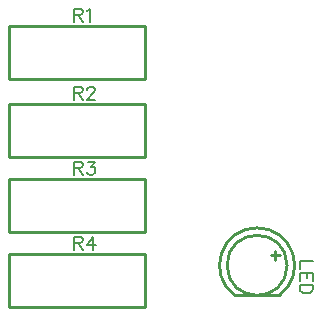
<source format=gto>
G04 Layer: TopSilkscreenLayer*
G04 EasyEDA v6.5.46, 2025-04-01 09:14:14*
G04 1996200714a44a3eb265968e1dc72ee3,f9b916e08b964ccb92d809278d751d93,10*
G04 Gerber Generator version 0.2*
G04 Scale: 100 percent, Rotated: No, Reflected: No *
G04 Dimensions in millimeters *
G04 leading zeros omitted , absolute positions ,4 integer and 5 decimal *
%FSLAX45Y45*%
%MOMM*%

%ADD10C,0.1524*%
%ADD11C,0.2540*%

%LPD*%
D10*
X1828800Y2579115D02*
G01*
X1828800Y2470150D01*
X1828800Y2579115D02*
G01*
X1875536Y2579115D01*
X1891029Y2574036D01*
X1896363Y2568702D01*
X1901443Y2558287D01*
X1901443Y2547873D01*
X1896363Y2537460D01*
X1891029Y2532379D01*
X1875536Y2527300D01*
X1828800Y2527300D01*
X1865122Y2527300D02*
G01*
X1901443Y2470150D01*
X1935734Y2558287D02*
G01*
X1946147Y2563621D01*
X1961895Y2579115D01*
X1961895Y2470150D01*
X1828800Y1918715D02*
G01*
X1828800Y1809750D01*
X1828800Y1918715D02*
G01*
X1875536Y1918715D01*
X1891029Y1913636D01*
X1896363Y1908302D01*
X1901443Y1897887D01*
X1901443Y1887473D01*
X1896363Y1877060D01*
X1891029Y1871979D01*
X1875536Y1866900D01*
X1828800Y1866900D01*
X1865122Y1866900D02*
G01*
X1901443Y1809750D01*
X1941068Y1892807D02*
G01*
X1941068Y1897887D01*
X1946147Y1908302D01*
X1951481Y1913636D01*
X1961895Y1918715D01*
X1982470Y1918715D01*
X1992884Y1913636D01*
X1998218Y1908302D01*
X2003297Y1897887D01*
X2003297Y1887473D01*
X1998218Y1877060D01*
X1987804Y1861565D01*
X1935734Y1809750D01*
X2008631Y1809750D01*
X1828800Y1283715D02*
G01*
X1828800Y1174750D01*
X1828800Y1283715D02*
G01*
X1875536Y1283715D01*
X1891029Y1278636D01*
X1896363Y1273302D01*
X1901443Y1262887D01*
X1901443Y1252473D01*
X1896363Y1242060D01*
X1891029Y1236979D01*
X1875536Y1231900D01*
X1828800Y1231900D01*
X1865122Y1231900D02*
G01*
X1901443Y1174750D01*
X1946147Y1283715D02*
G01*
X2003297Y1283715D01*
X1972309Y1242060D01*
X1987804Y1242060D01*
X1998218Y1236979D01*
X2003297Y1231900D01*
X2008631Y1216152D01*
X2008631Y1205737D01*
X2003297Y1190244D01*
X1992884Y1179829D01*
X1977390Y1174750D01*
X1961895Y1174750D01*
X1946147Y1179829D01*
X1941068Y1184910D01*
X1935734Y1195323D01*
X1828800Y648715D02*
G01*
X1828800Y539750D01*
X1828800Y648715D02*
G01*
X1875536Y648715D01*
X1891029Y643636D01*
X1896363Y638302D01*
X1901443Y627887D01*
X1901443Y617473D01*
X1896363Y607060D01*
X1891029Y601979D01*
X1875536Y596900D01*
X1828800Y596900D01*
X1865122Y596900D02*
G01*
X1901443Y539750D01*
X1987804Y648715D02*
G01*
X1935734Y576071D01*
X2013711Y576071D01*
X1987804Y648715D02*
G01*
X1987804Y539750D01*
X3849115Y439420D02*
G01*
X3740150Y439420D01*
X3740150Y439420D02*
G01*
X3740150Y377189D01*
X3849115Y342900D02*
G01*
X3740150Y342900D01*
X3849115Y342900D02*
G01*
X3849115Y275336D01*
X3797300Y342900D02*
G01*
X3797300Y301244D01*
X3740150Y342900D02*
G01*
X3740150Y275336D01*
X3849115Y241045D02*
G01*
X3740150Y241045D01*
X3849115Y241045D02*
G01*
X3849115Y204470D01*
X3844036Y188976D01*
X3833622Y178562D01*
X3823208Y173481D01*
X3807459Y168147D01*
X3781552Y168147D01*
X3766058Y173481D01*
X3755643Y178562D01*
X3745229Y188976D01*
X3740150Y204470D01*
X3740150Y241045D01*
D11*
X1279199Y1984799D02*
G01*
X1279199Y2434800D01*
X1279199Y2434800D02*
G01*
X2429200Y2434800D01*
X2429200Y2434800D02*
G01*
X2429200Y1984799D01*
X2428240Y1983739D02*
G01*
X1280159Y1983739D01*
X1279199Y1324399D02*
G01*
X1279199Y1774400D01*
X1279199Y1774400D02*
G01*
X2429200Y1774400D01*
X2429200Y1774400D02*
G01*
X2429200Y1324399D01*
X2428240Y1323339D02*
G01*
X1280159Y1323339D01*
X1279199Y689399D02*
G01*
X1279199Y1139400D01*
X1279199Y1139400D02*
G01*
X2429200Y1139400D01*
X2429200Y1139400D02*
G01*
X2429200Y689399D01*
X2428240Y688339D02*
G01*
X1280159Y688339D01*
X1279199Y54399D02*
G01*
X1279199Y504400D01*
X1279199Y504400D02*
G01*
X2429200Y504400D01*
X2429200Y504400D02*
G01*
X2429200Y54399D01*
X2428240Y53339D02*
G01*
X1280159Y53339D01*
X3187700Y152400D02*
G01*
X3568700Y152400D01*
X3530600Y528320D02*
G01*
X3530600Y452120D01*
X3492500Y490220D02*
G01*
X3568700Y490220D01*
G75*
G01*
X3187700Y152400D02*
G02*
X3568700Y152400I190500J254000D01*
G75*
G01
X3632200Y406400D02*
G03X3632200Y406400I-254000J0D01*
M02*

</source>
